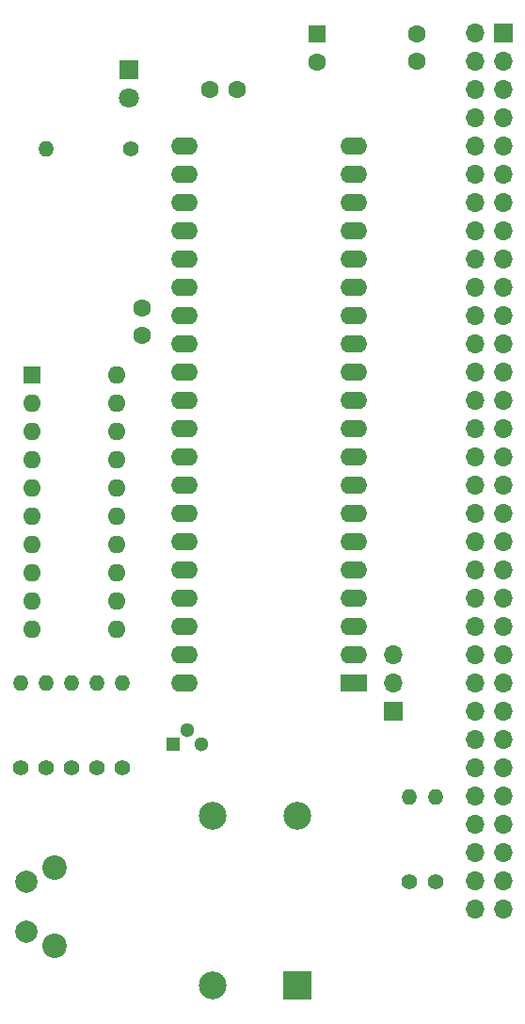
<source format=gts>
G04 #@! TF.GenerationSoftware,KiCad,Pcbnew,8.0.4*
G04 #@! TF.CreationDate,2024-09-23T09:29:27-04:00*
G04 #@! TF.ProjectId,LB-65CXX-01,4c422d36-3543-4585-982d-30312e6b6963,3*
G04 #@! TF.SameCoordinates,Original*
G04 #@! TF.FileFunction,Soldermask,Top*
G04 #@! TF.FilePolarity,Negative*
%FSLAX46Y46*%
G04 Gerber Fmt 4.6, Leading zero omitted, Abs format (unit mm)*
G04 Created by KiCad (PCBNEW 8.0.4) date 2024-09-23 09:29:27*
%MOMM*%
%LPD*%
G01*
G04 APERTURE LIST*
%ADD10R,1.700000X1.700000*%
%ADD11O,1.700000X1.700000*%
%ADD12R,2.400000X1.600000*%
%ADD13O,2.400000X1.600000*%
%ADD14C,1.400000*%
%ADD15O,1.400000X1.400000*%
%ADD16R,1.600000X1.600000*%
%ADD17C,1.600000*%
%ADD18R,1.300000X1.300000*%
%ADD19C,1.300000*%
%ADD20O,1.600000X1.600000*%
%ADD21R,2.500000X2.500000*%
%ADD22C,2.500000*%
%ADD23C,2.000000*%
%ADD24C,2.200000*%
%ADD25R,1.800000X1.800000*%
%ADD26C,1.800000*%
G04 APERTURE END LIST*
D10*
X179890000Y-54615000D03*
D11*
X177350000Y-54615000D03*
X179890000Y-57155000D03*
X177350000Y-57155000D03*
X179890000Y-59695000D03*
X177350000Y-59695000D03*
X179890000Y-62235000D03*
X177350000Y-62235000D03*
X179890000Y-64775000D03*
X177350000Y-64775000D03*
X179890000Y-67315000D03*
X177350000Y-67315000D03*
X179890000Y-69855000D03*
X177350000Y-69855000D03*
X179890000Y-72395000D03*
X177350000Y-72395000D03*
X179890000Y-74935000D03*
X177350000Y-74935000D03*
X179890000Y-77475000D03*
X177350000Y-77475000D03*
X179890000Y-80015000D03*
X177350000Y-80015000D03*
X179890000Y-82555000D03*
X177350000Y-82555000D03*
X179890000Y-85095000D03*
X177350000Y-85095000D03*
X179890000Y-87635000D03*
X177350000Y-87635000D03*
X179890000Y-90175000D03*
X177350000Y-90175000D03*
X179890000Y-92715000D03*
X177350000Y-92715000D03*
X179890000Y-95255000D03*
X177350000Y-95255000D03*
X179890000Y-97795000D03*
X177350000Y-97795000D03*
X179890000Y-100335000D03*
X177350000Y-100335000D03*
X179890000Y-102875000D03*
X177350000Y-102875000D03*
X179890000Y-105415000D03*
X177350000Y-105415000D03*
X179890000Y-107955000D03*
X177350000Y-107955000D03*
X179890000Y-110495000D03*
X177350000Y-110495000D03*
X179890000Y-113035000D03*
X177350000Y-113035000D03*
X179890000Y-115575000D03*
X177350000Y-115575000D03*
X179890000Y-118115000D03*
X177350000Y-118115000D03*
X179890000Y-120655000D03*
X177350000Y-120655000D03*
X179890000Y-123195000D03*
X177350000Y-123195000D03*
X179890000Y-125735000D03*
X177350000Y-125735000D03*
X179890000Y-128275000D03*
X177350000Y-128275000D03*
X179890000Y-130815000D03*
X177350000Y-130815000D03*
X179890000Y-133355000D03*
X177350000Y-133355000D03*
D12*
X166375000Y-113025000D03*
D13*
X166375000Y-110485000D03*
X166375000Y-107945000D03*
X166375000Y-105405000D03*
X166375000Y-102865000D03*
X166375000Y-100325000D03*
X166375000Y-97785000D03*
X166375000Y-95245000D03*
X166375000Y-92705000D03*
X166375000Y-90165000D03*
X166375000Y-87625000D03*
X166375000Y-85085000D03*
X166375000Y-82545000D03*
X166375000Y-80005000D03*
X166375000Y-77465000D03*
X166375000Y-74925000D03*
X166375000Y-72385000D03*
X166375000Y-69845000D03*
X166375000Y-67305000D03*
X166375000Y-64765000D03*
X151135000Y-64765000D03*
X151135000Y-67305000D03*
X151135000Y-69845000D03*
X151135000Y-72385000D03*
X151135000Y-74925000D03*
X151135000Y-77465000D03*
X151135000Y-80005000D03*
X151135000Y-82545000D03*
X151135000Y-85085000D03*
X151135000Y-87625000D03*
X151135000Y-90165000D03*
X151135000Y-92705000D03*
X151135000Y-95245000D03*
X151135000Y-97785000D03*
X151135000Y-100325000D03*
X151135000Y-102865000D03*
X151135000Y-105405000D03*
X151135000Y-107945000D03*
X151135000Y-110485000D03*
X151135000Y-113025000D03*
D14*
X171399200Y-130860800D03*
D15*
X171399200Y-123240800D03*
D16*
X163068000Y-54674888D03*
D17*
X163068000Y-57174888D03*
D14*
X145542000Y-120650000D03*
D15*
X145542000Y-113030000D03*
D14*
X140970000Y-120650000D03*
D15*
X140970000Y-113030000D03*
D14*
X136398000Y-120650000D03*
D15*
X136398000Y-113030000D03*
D18*
X150130000Y-118470000D03*
D19*
X151400000Y-117200000D03*
X152670000Y-118470000D03*
D14*
X143256000Y-120650000D03*
D15*
X143256000Y-113030000D03*
D14*
X146304000Y-65024000D03*
D15*
X138684000Y-65024000D03*
D10*
X169926000Y-115555000D03*
D11*
X169926000Y-113015000D03*
X169926000Y-110475000D03*
D14*
X173812200Y-130860800D03*
D15*
X173812200Y-123240800D03*
D16*
X137424000Y-85349000D03*
D20*
X137424000Y-87889000D03*
X137424000Y-90429000D03*
X137424000Y-92969000D03*
X137424000Y-95509000D03*
X137424000Y-98049000D03*
X137424000Y-100589000D03*
X137424000Y-103129000D03*
X137424000Y-105669000D03*
X137424000Y-108209000D03*
X145044000Y-108209000D03*
X145044000Y-105669000D03*
X145044000Y-103129000D03*
X145044000Y-100589000D03*
X145044000Y-98049000D03*
X145044000Y-95509000D03*
X145044000Y-92969000D03*
X145044000Y-90429000D03*
X145044000Y-87889000D03*
X145044000Y-85349000D03*
D17*
X153436000Y-59690000D03*
X155936000Y-59690000D03*
D21*
X161290000Y-140208000D03*
D22*
X161290000Y-124968000D03*
X153670000Y-124968000D03*
X153670000Y-140208000D03*
D17*
X172085000Y-57130000D03*
X172085000Y-54630000D03*
D23*
X136946000Y-135346000D03*
X136946000Y-130846000D03*
D24*
X139446000Y-136596000D03*
X139446000Y-129596000D03*
D14*
X138684000Y-120650000D03*
D15*
X138684000Y-113030000D03*
D25*
X146212000Y-57907000D03*
D26*
X146212000Y-60447000D03*
D17*
X147320000Y-81768000D03*
X147320000Y-79268000D03*
M02*

</source>
